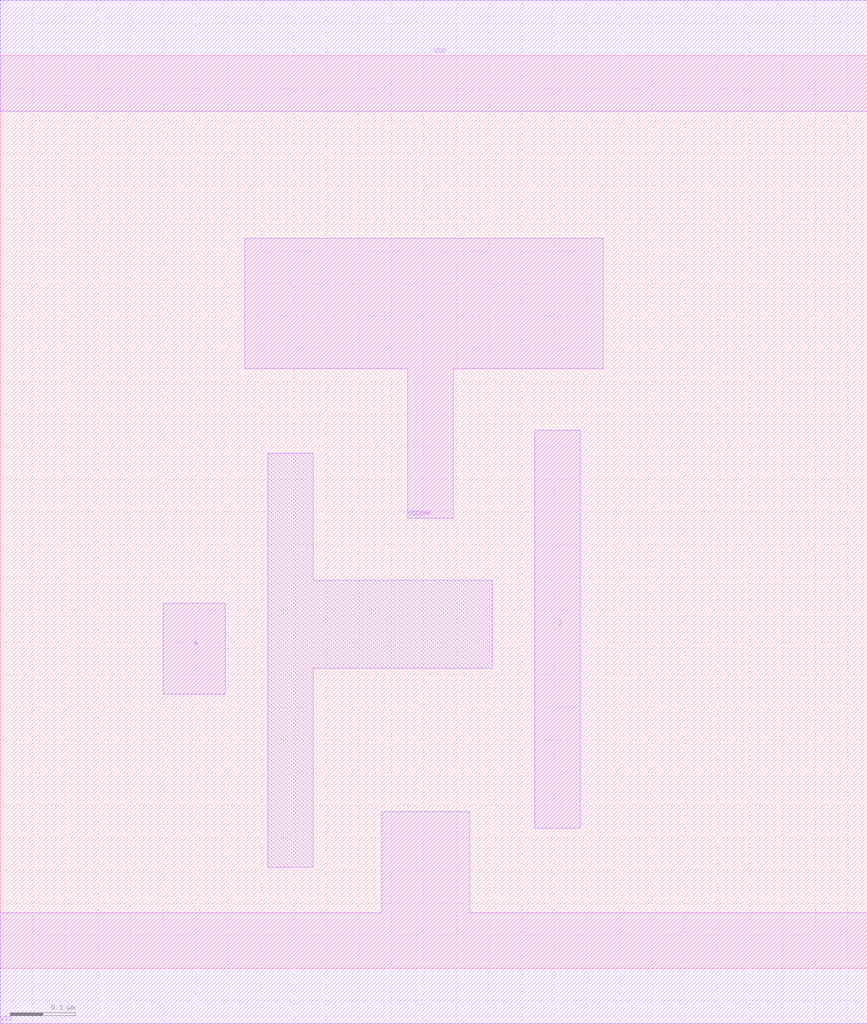
<source format=lef>
# 
# ******************************************************************************
# *                                                                            *
# *                   Copyright (C) 2004-2011, Nangate Inc.                    *
# *                           All rights reserved.                             *
# *                                                                            *
# * Nangate and the Nangate logo are trademarks of Nangate Inc.                *
# *                                                                            *
# * All trademarks, logos, software marks, and trade names (collectively the   *
# * "Marks") in this program are proprietary to Nangate or other respective    *
# * owners that have granted Nangate the right and license to use such Marks.  *
# * You are not permitted to use the Marks without the prior written consent   *
# * of Nangate or such third party that may own the Marks.                     *
# *                                                                            *
# * This file has been provided pursuant to a License Agreement containing     *
# * restrictions on its use. This file contains valuable trade secrets and     *
# * proprietary information of Nangate Inc., and is protected by U.S. and      *
# * international laws and/or treaties.                                        *
# *                                                                            *
# * The copyright notice(s) in this file does not indicate actual or intended  *
# * publication of this file.                                                  *
# *                                                                            *
# *     NGLibraryCreator, v2010.08-HR32-SP3-2010-08-05 - build 1009061800      *
# *                                                                            *
# ******************************************************************************
# 
# 
# Running on server08.nangate.com for user Giancarlo Franciscatto (gfr).
# Local time is now Thu, 6 Jan 2011, 18:10:28.
# Main process id is 3320.

VERSION 5.6 ;
BUSBITCHARS "[]" ;
DIVIDERCHAR "/" ;

MACRO AON_BUF_X2
  CLASS core ;
  FOREIGN AON_BUF_X2 0.0 0.0 ;
  ORIGIN 0 0 ;
  SYMMETRY X Y ;
  SITE FreePDK45_38x28_10R_NP_162NW_34O ;
  SIZE 1.33 BY 1.4 ;
  PIN A
    DIRECTION INPUT ;
    ANTENNAPARTIALMETALAREA 0.0133 LAYER metal1 ;
    ANTENNAPARTIALMETALSIDEAREA 0.0611 LAYER metal1 ;
    ANTENNAGATEAREA 0.011 ;
    PORT
      LAYER metal1 ;
        POLYGON 0.25 0.42 0.345 0.42 0.345 0.56 0.25 0.56  ;
    END
  END A
  PIN Z
    DIRECTION OUTPUT ;
    ANTENNAPARTIALMETALAREA 0.0427 LAYER metal1 ;
    ANTENNAPARTIALMETALSIDEAREA 0.1768 LAYER metal1 ;
    ANTENNADIFFAREA 0.04725 ;
    PORT
      LAYER metal1 ;
        POLYGON 0.82 0.215 0.89 0.215 0.89 0.825 0.82 0.825  ;
    END
  END Z
  PIN VDD
    DIRECTION INOUT ;
    USE power ;
    SHAPE ABUTMENT ;
    PORT
      LAYER metal1 ;
        POLYGON 0 1.315 0.755 1.315 1.33 1.315 1.33 1.485 0.755 1.485 0 1.485  ;
    END
  END VDD
  PIN VDDBAK
    DIRECTION INOUT ;
    USE power ;
    SHAPE ABUTMENT ;
    PORT
      LAYER metal1 ;
        POLYGON 0.375 0.92 0.625 0.92 0.625 0.69 0.695 0.69 0.695 0.92 0.755 0.92 0.925 0.92 0.925 1.12 0.755 1.12 0.375 1.12  ;
    END
  END VDDBAK
  PIN VSS
    DIRECTION INOUT ;
    USE ground ;
    SHAPE ABUTMENT ;
    PORT
      LAYER metal1 ;
        POLYGON 0 -0.085 1.33 -0.085 1.33 0.085 0.72 0.085 0.72 0.24 0.585 0.24 0.585 0.085 0 0.085  ;
    END
  END VSS
  OBS
      LAYER metal1 ;
        POLYGON 0.41 0.155 0.48 0.155 0.48 0.46 0.755 0.46 0.755 0.595 0.48 0.595 0.48 0.79 0.41 0.79  ;
  END
END AON_BUF_X2

END LIBRARY
#
# End of file
#

</source>
